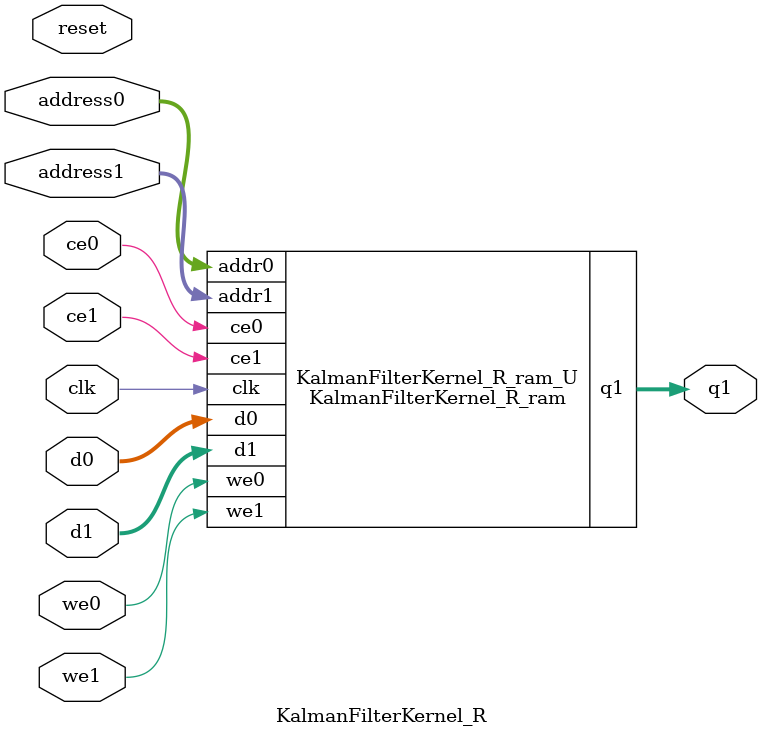
<source format=v>
`timescale 1 ns / 1 ps
module KalmanFilterKernel_R_ram (addr0, ce0, d0, we0, addr1, ce1, d1, we1, q1,  clk);

parameter DWIDTH = 32;
parameter AWIDTH = 4;
parameter MEM_SIZE = 9;

input[AWIDTH-1:0] addr0;
input ce0;
input[DWIDTH-1:0] d0;
input we0;
input[AWIDTH-1:0] addr1;
input ce1;
input[DWIDTH-1:0] d1;
input we1;
output reg[DWIDTH-1:0] q1;
input clk;

reg [DWIDTH-1:0] ram[0:MEM_SIZE-1];




always @(posedge clk)  
begin 
    if (ce0) begin
        if (we0) 
            ram[addr0] <= d0; 
    end
end


always @(posedge clk)  
begin 
    if (ce1) begin
        if (we1) 
            ram[addr1] <= d1; 
        q1 <= ram[addr1];
    end
end


endmodule

`timescale 1 ns / 1 ps
module KalmanFilterKernel_R(
    reset,
    clk,
    address0,
    ce0,
    we0,
    d0,
    address1,
    ce1,
    we1,
    d1,
    q1);

parameter DataWidth = 32'd32;
parameter AddressRange = 32'd9;
parameter AddressWidth = 32'd4;
input reset;
input clk;
input[AddressWidth - 1:0] address0;
input ce0;
input we0;
input[DataWidth - 1:0] d0;
input[AddressWidth - 1:0] address1;
input ce1;
input we1;
input[DataWidth - 1:0] d1;
output[DataWidth - 1:0] q1;



KalmanFilterKernel_R_ram KalmanFilterKernel_R_ram_U(
    .clk( clk ),
    .addr0( address0 ),
    .ce0( ce0 ),
    .we0( we0 ),
    .d0( d0 ),
    .addr1( address1 ),
    .ce1( ce1 ),
    .we1( we1 ),
    .d1( d1 ),
    .q1( q1 ));

endmodule


</source>
